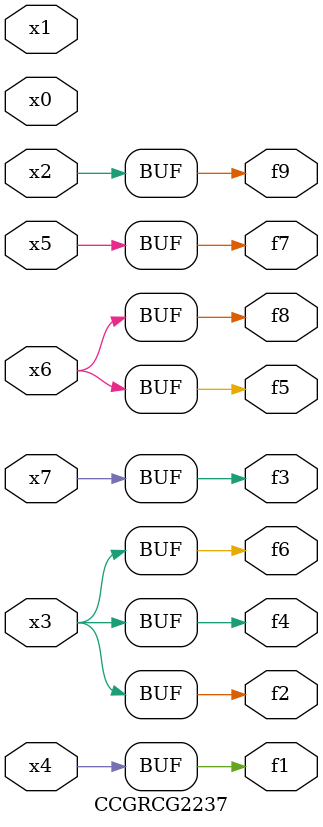
<source format=v>
module CCGRCG2237(
	input x0, x1, x2, x3, x4, x5, x6, x7,
	output f1, f2, f3, f4, f5, f6, f7, f8, f9
);
	assign f1 = x4;
	assign f2 = x3;
	assign f3 = x7;
	assign f4 = x3;
	assign f5 = x6;
	assign f6 = x3;
	assign f7 = x5;
	assign f8 = x6;
	assign f9 = x2;
endmodule

</source>
